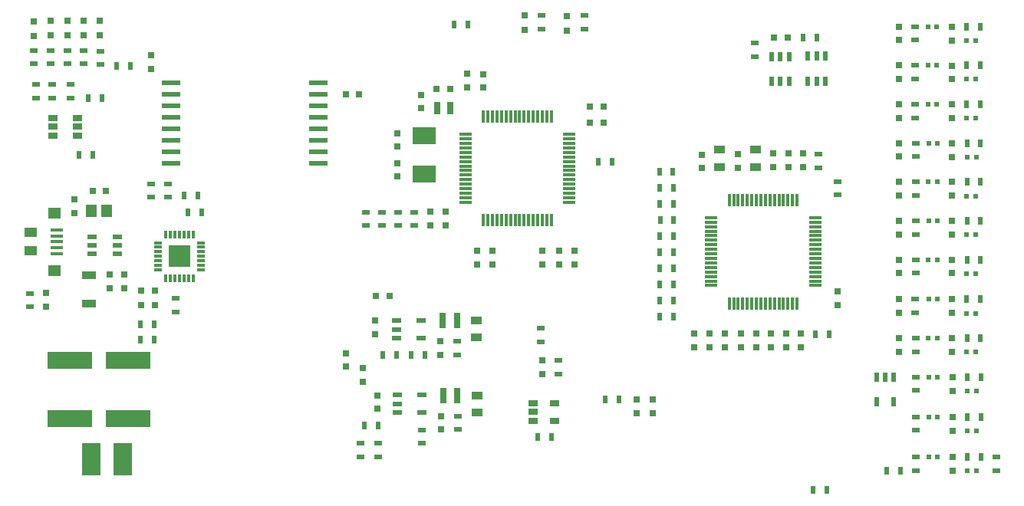
<source format=gtp>
G04*
G04 #@! TF.GenerationSoftware,Altium Limited,Altium Designer,18.1.9 (240)*
G04*
G04 Layer_Color=8421504*
%FSAX25Y25*%
%MOIN*%
G70*
G01*
G75*
%ADD17R,0.05512X0.01575*%
%ADD18R,0.05480X0.04102*%
%ADD19R,0.05512X0.04724*%
%ADD20R,0.03937X0.02756*%
%ADD21R,0.01181X0.03740*%
%ADD22R,0.03740X0.01181*%
%ADD23R,0.09252X0.09252*%
%ADD24R,0.07874X0.02362*%
%ADD25R,0.02362X0.03937*%
%ADD26R,0.03937X0.02362*%
%ADD27R,0.10236X0.07480*%
%ADD28R,0.02244X0.02441*%
%ADD29R,0.02362X0.01968*%
%ADD30R,0.03543X0.02362*%
%ADD31R,0.03150X0.03150*%
%ADD32R,0.02362X0.03543*%
%ADD33R,0.03150X0.03150*%
%ADD34R,0.06299X0.03543*%
%ADD35R,0.07874X0.14173*%
%ADD36R,0.04685X0.05787*%
%ADD37R,0.19685X0.07480*%
%ADD38R,0.02756X0.06693*%
%ADD39R,0.05118X0.03543*%
%ADD40R,0.01181X0.05709*%
%ADD41R,0.05709X0.01181*%
%ADD42R,0.02953X0.05512*%
%ADD43R,0.01181X0.05512*%
%ADD44R,0.05512X0.01181*%
D17*
X0112102Y0226953D02*
D03*
Y0224394D02*
D03*
Y0219276D02*
D03*
Y0221835D02*
D03*
Y0229512D02*
D03*
D18*
X0100881Y0220358D02*
D03*
Y0228429D02*
D03*
D19*
X0111216Y0211795D02*
D03*
Y0236992D02*
D03*
D20*
X0121261Y0270654D02*
D03*
Y0274394D02*
D03*
Y0278134D02*
D03*
X0110435D02*
D03*
Y0274394D02*
D03*
Y0270654D02*
D03*
X0328539Y0146638D02*
D03*
Y0154118D02*
D03*
X0319090Y0146638D02*
D03*
Y0150378D02*
D03*
Y0154118D02*
D03*
D21*
X0159641Y0227543D02*
D03*
X0161609D02*
D03*
X0163578D02*
D03*
X0165547D02*
D03*
X0167515D02*
D03*
X0169483D02*
D03*
X0171452D02*
D03*
Y0208646D02*
D03*
X0169483D02*
D03*
X0167515D02*
D03*
X0165547D02*
D03*
X0163578D02*
D03*
X0161609D02*
D03*
X0159641D02*
D03*
D22*
X0174995Y0224000D02*
D03*
Y0222031D02*
D03*
Y0220063D02*
D03*
Y0218094D02*
D03*
Y0216126D02*
D03*
Y0214158D02*
D03*
Y0212189D02*
D03*
X0156098D02*
D03*
Y0214158D02*
D03*
Y0216126D02*
D03*
Y0218094D02*
D03*
Y0220063D02*
D03*
Y0222031D02*
D03*
Y0224000D02*
D03*
D23*
X0165547Y0218094D02*
D03*
D24*
X0162003Y0293468D02*
D03*
Y0288469D02*
D03*
Y0283469D02*
D03*
Y0278468D02*
D03*
Y0273468D02*
D03*
Y0268468D02*
D03*
Y0263469D02*
D03*
Y0258469D02*
D03*
X0225783Y0293468D02*
D03*
Y0288469D02*
D03*
Y0283469D02*
D03*
Y0278468D02*
D03*
Y0273468D02*
D03*
Y0268468D02*
D03*
Y0263469D02*
D03*
Y0258469D02*
D03*
D25*
X0422938Y0294112D02*
D03*
X0426678D02*
D03*
X0430418D02*
D03*
Y0304939D02*
D03*
X0426678D02*
D03*
X0422938D02*
D03*
X0438638Y0294212D02*
D03*
X0442378D02*
D03*
X0446118D02*
D03*
Y0305039D02*
D03*
X0442378D02*
D03*
X0438638D02*
D03*
X0476018Y0154712D02*
D03*
X0468538D02*
D03*
Y0165539D02*
D03*
X0472278D02*
D03*
X0476018D02*
D03*
D26*
X0127702Y0226654D02*
D03*
Y0222913D02*
D03*
Y0219173D02*
D03*
X0138529D02*
D03*
Y0222913D02*
D03*
Y0226654D02*
D03*
X0270935Y0157690D02*
D03*
Y0150209D02*
D03*
X0260108D02*
D03*
Y0153950D02*
D03*
Y0157690D02*
D03*
X0270591Y0190065D02*
D03*
Y0182585D02*
D03*
X0259765D02*
D03*
Y0186325D02*
D03*
Y0190065D02*
D03*
D27*
X0271978Y0253725D02*
D03*
Y0270654D02*
D03*
D28*
X0491328Y0130925D02*
D03*
X0495028D02*
D03*
X0491028Y0182525D02*
D03*
X0494728D02*
D03*
X0491277Y0165625D02*
D03*
X0494978D02*
D03*
X0491028Y0216625D02*
D03*
X0494728D02*
D03*
X0491278Y0148325D02*
D03*
X0494979D02*
D03*
X0491028Y0250425D02*
D03*
X0494728D02*
D03*
X0491178Y0233525D02*
D03*
X0494879D02*
D03*
X0490928Y0284125D02*
D03*
X0494628D02*
D03*
X0491128Y0267325D02*
D03*
X0494828D02*
D03*
X0490928Y0317925D02*
D03*
X0494628D02*
D03*
X0490977Y0301125D02*
D03*
X0494678D02*
D03*
X0491075Y0199425D02*
D03*
X0494776D02*
D03*
D29*
X0507909Y0124925D02*
D03*
X0511846D02*
D03*
X0507678Y0176425D02*
D03*
X0511615D02*
D03*
X0507778Y0159625D02*
D03*
X0511715D02*
D03*
X0507678Y0210525D02*
D03*
X0511615D02*
D03*
X0507778Y0142325D02*
D03*
X0511715D02*
D03*
X0507678Y0244325D02*
D03*
X0511615D02*
D03*
X0507678Y0227525D02*
D03*
X0511615D02*
D03*
X0507478Y0278025D02*
D03*
X0511415D02*
D03*
X0507778Y0261325D02*
D03*
X0511715D02*
D03*
X0507610Y0311825D02*
D03*
X0511547D02*
D03*
X0507678Y0295125D02*
D03*
X0511615D02*
D03*
X0507657Y0193325D02*
D03*
X0511594D02*
D03*
D30*
X0251721Y0136902D02*
D03*
Y0130997D02*
D03*
X0153342Y0243672D02*
D03*
Y0249578D02*
D03*
X0123814Y0301756D02*
D03*
Y0307661D02*
D03*
X0163972Y0199725D02*
D03*
Y0193820D02*
D03*
X0103342Y0292701D02*
D03*
Y0286795D02*
D03*
X0131295Y0301362D02*
D03*
Y0307268D02*
D03*
X0102365Y0301756D02*
D03*
Y0307661D02*
D03*
X0110270Y0292701D02*
D03*
Y0286795D02*
D03*
X0118153Y0286795D02*
D03*
Y0292700D02*
D03*
X0330178Y0166872D02*
D03*
Y0172778D02*
D03*
X0322678Y0180972D02*
D03*
Y0186878D02*
D03*
X0100588Y0196076D02*
D03*
Y0201981D02*
D03*
X0116727Y0307662D02*
D03*
Y0301756D02*
D03*
X0109444Y0307661D02*
D03*
Y0301756D02*
D03*
X0485278Y0312072D02*
D03*
Y0317978D02*
D03*
X0485325Y0193525D02*
D03*
Y0199431D02*
D03*
X0485278Y0278272D02*
D03*
Y0284178D02*
D03*
X0485378Y0244472D02*
D03*
Y0250378D02*
D03*
Y0210672D02*
D03*
Y0216578D02*
D03*
Y0176573D02*
D03*
Y0182478D02*
D03*
X0485278Y0295120D02*
D03*
Y0301025D02*
D03*
X0485478Y0261372D02*
D03*
Y0267278D02*
D03*
Y0227572D02*
D03*
Y0233478D02*
D03*
X0485578Y0142373D02*
D03*
Y0148278D02*
D03*
Y0165578D02*
D03*
Y0159672D02*
D03*
X0520378Y0130878D02*
D03*
Y0124972D02*
D03*
X0485678Y0130778D02*
D03*
Y0124872D02*
D03*
X0286078Y0175172D02*
D03*
Y0181078D02*
D03*
X0160626Y0249578D02*
D03*
Y0243672D02*
D03*
X0244121Y0130897D02*
D03*
Y0136802D02*
D03*
X0270921Y0136697D02*
D03*
Y0142602D02*
D03*
X0286421Y0142697D02*
D03*
Y0148602D02*
D03*
X0415578Y0304872D02*
D03*
Y0310778D02*
D03*
X0260578Y0237325D02*
D03*
Y0231420D02*
D03*
X0267578D02*
D03*
Y0237325D02*
D03*
X0253578Y0231420D02*
D03*
Y0237325D02*
D03*
X0246578D02*
D03*
Y0231420D02*
D03*
X0341578Y0322678D02*
D03*
Y0316772D02*
D03*
X0322778Y0322778D02*
D03*
Y0316872D02*
D03*
X0443178Y0262378D02*
D03*
Y0256472D02*
D03*
X0451478Y0250578D02*
D03*
Y0244672D02*
D03*
D31*
X0153342Y0299591D02*
D03*
Y0305496D02*
D03*
X0109444Y0314051D02*
D03*
Y0320350D02*
D03*
X0116728Y0314051D02*
D03*
Y0320350D02*
D03*
X0123814Y0314051D02*
D03*
Y0320350D02*
D03*
X0237987Y0170023D02*
D03*
Y0175929D02*
D03*
X0245074Y0169366D02*
D03*
Y0163461D02*
D03*
X0119727Y0236795D02*
D03*
Y0242701D02*
D03*
X0130901Y0314051D02*
D03*
Y0320350D02*
D03*
X0102365Y0313961D02*
D03*
Y0320260D02*
D03*
X0141532Y0210023D02*
D03*
Y0204117D02*
D03*
X0135244Y0210023D02*
D03*
Y0204117D02*
D03*
X0107673Y0196244D02*
D03*
Y0202150D02*
D03*
X0501178Y0317878D02*
D03*
Y0311972D02*
D03*
X0478178Y0317978D02*
D03*
Y0312072D02*
D03*
X0501225Y0199425D02*
D03*
Y0193520D02*
D03*
X0478225Y0199478D02*
D03*
Y0193572D02*
D03*
X0478178Y0284131D02*
D03*
Y0278225D02*
D03*
X0501178Y0284078D02*
D03*
Y0278172D02*
D03*
X0478278Y0250378D02*
D03*
Y0244472D02*
D03*
X0501278Y0250378D02*
D03*
Y0244472D02*
D03*
X0478278Y0216578D02*
D03*
Y0210672D02*
D03*
X0501278Y0216578D02*
D03*
Y0210672D02*
D03*
X0478278Y0182431D02*
D03*
Y0176525D02*
D03*
X0501278Y0182431D02*
D03*
Y0176525D02*
D03*
X0501178Y0300978D02*
D03*
Y0295072D02*
D03*
X0478178Y0301031D02*
D03*
Y0295125D02*
D03*
X0501278Y0267178D02*
D03*
Y0261272D02*
D03*
X0478278Y0267278D02*
D03*
Y0261372D02*
D03*
X0501278Y0233378D02*
D03*
Y0227472D02*
D03*
X0478278Y0233431D02*
D03*
Y0227525D02*
D03*
X0501378Y0148131D02*
D03*
Y0142225D02*
D03*
Y0165478D02*
D03*
Y0159572D02*
D03*
Y0130731D02*
D03*
Y0124825D02*
D03*
X0250578Y0184172D02*
D03*
Y0190078D02*
D03*
X0278878Y0175220D02*
D03*
Y0181125D02*
D03*
X0251521Y0151744D02*
D03*
Y0157650D02*
D03*
X0279221Y0142697D02*
D03*
Y0148602D02*
D03*
X0409578Y0184425D02*
D03*
Y0178520D02*
D03*
X0416078D02*
D03*
Y0184425D02*
D03*
X0423678Y0262778D02*
D03*
Y0256872D02*
D03*
X0408178Y0256525D02*
D03*
Y0262431D02*
D03*
X0392378Y0256372D02*
D03*
Y0262278D02*
D03*
X0451478Y0202678D02*
D03*
Y0196772D02*
D03*
X0435678Y0178520D02*
D03*
Y0184425D02*
D03*
X0323178Y0214520D02*
D03*
Y0220425D02*
D03*
X0323078Y0166873D02*
D03*
Y0172778D02*
D03*
X0333853Y0316253D02*
D03*
Y0322553D02*
D03*
X0315478Y0316526D02*
D03*
Y0322825D02*
D03*
X0260178Y0258578D02*
D03*
Y0252672D02*
D03*
Y0265720D02*
D03*
Y0271625D02*
D03*
X0270378Y0288278D02*
D03*
Y0282372D02*
D03*
X0297578Y0297278D02*
D03*
Y0291372D02*
D03*
X0290678Y0297378D02*
D03*
Y0291472D02*
D03*
X0294878Y0214472D02*
D03*
Y0220378D02*
D03*
X0301578Y0214520D02*
D03*
Y0220425D02*
D03*
X0337078Y0214472D02*
D03*
Y0220378D02*
D03*
X0330678Y0214472D02*
D03*
Y0220378D02*
D03*
X0274478Y0231472D02*
D03*
Y0237378D02*
D03*
X0281178Y0231520D02*
D03*
Y0237425D02*
D03*
X0389278Y0178572D02*
D03*
Y0184478D02*
D03*
X0395878Y0178572D02*
D03*
Y0184478D02*
D03*
X0402478Y0178572D02*
D03*
Y0184478D02*
D03*
X0430178Y0262778D02*
D03*
Y0256872D02*
D03*
X0436578Y0262778D02*
D03*
Y0256872D02*
D03*
X0422678Y0178472D02*
D03*
Y0184378D02*
D03*
X0429178Y0178472D02*
D03*
Y0184378D02*
D03*
X0371058Y0149937D02*
D03*
Y0155842D02*
D03*
X0364365Y0149937D02*
D03*
Y0155842D02*
D03*
D32*
X0173398Y0244472D02*
D03*
X0167492D02*
D03*
X0148617Y0188625D02*
D03*
X0154523D02*
D03*
X0144090Y0300772D02*
D03*
X0138184D02*
D03*
X0154523Y0181874D02*
D03*
X0148617D02*
D03*
X0121995Y0262125D02*
D03*
X0127901D02*
D03*
X0131885Y0286992D02*
D03*
X0125979D02*
D03*
X0327161Y0139350D02*
D03*
X0321255D02*
D03*
X0175192Y0237087D02*
D03*
X0169287D02*
D03*
X0356531Y0155890D02*
D03*
X0350625D02*
D03*
X0446717Y0116520D02*
D03*
X0440811D02*
D03*
X0507625Y0317925D02*
D03*
X0513531D02*
D03*
X0507673Y0199425D02*
D03*
X0513578D02*
D03*
X0507625Y0284125D02*
D03*
X0513531D02*
D03*
X0507725Y0250425D02*
D03*
X0513631D02*
D03*
X0507725Y0216625D02*
D03*
X0513631D02*
D03*
X0507725Y0182525D02*
D03*
X0513631D02*
D03*
X0507673Y0301025D02*
D03*
X0513578D02*
D03*
X0507772Y0267225D02*
D03*
X0513678D02*
D03*
X0507725Y0233425D02*
D03*
X0513631D02*
D03*
X0507825Y0148225D02*
D03*
X0513731D02*
D03*
X0507825Y0165525D02*
D03*
X0513731D02*
D03*
X0507825Y0130825D02*
D03*
X0513731D02*
D03*
X0472878Y0124925D02*
D03*
X0478784D02*
D03*
X0259778Y0175225D02*
D03*
X0253872D02*
D03*
X0266325D02*
D03*
X0272231D02*
D03*
X0251774Y0144450D02*
D03*
X0245868D02*
D03*
X0436473Y0313225D02*
D03*
X0442378D02*
D03*
X0374278Y0205925D02*
D03*
X0380184D02*
D03*
X0374272Y0247925D02*
D03*
X0380178D02*
D03*
X0374325Y0226925D02*
D03*
X0380231D02*
D03*
X0374325Y0219925D02*
D03*
X0380231D02*
D03*
X0380231Y0240925D02*
D03*
X0374325D02*
D03*
X0374325Y0198925D02*
D03*
X0380231D02*
D03*
X0374372Y0233925D02*
D03*
X0380278D02*
D03*
X0374278Y0212925D02*
D03*
X0380184D02*
D03*
X0374325Y0191925D02*
D03*
X0380231D02*
D03*
X0441825Y0184325D02*
D03*
X0447731D02*
D03*
X0353531Y0259225D02*
D03*
X0347625D02*
D03*
X0380031Y0254925D02*
D03*
X0374125D02*
D03*
X0290831Y0318725D02*
D03*
X0284925D02*
D03*
D33*
X0133629Y0246400D02*
D03*
X0127724D02*
D03*
X0154720Y0203134D02*
D03*
X0148814D02*
D03*
X0154721Y0196772D02*
D03*
X0148815D02*
D03*
X0243696Y0288567D02*
D03*
X0237790D02*
D03*
X0423925Y0313225D02*
D03*
X0429831D02*
D03*
X0256885Y0200772D02*
D03*
X0250979D02*
D03*
X0277325Y0290825D02*
D03*
X0283231D02*
D03*
X0349831Y0276025D02*
D03*
X0343925D02*
D03*
X0349884Y0283325D02*
D03*
X0343978D02*
D03*
D34*
X0126176Y0209790D02*
D03*
Y0197586D02*
D03*
D35*
X0127357Y0129905D02*
D03*
X0140743D02*
D03*
D36*
X0133873Y0237779D02*
D03*
X0127141D02*
D03*
D37*
X0143105Y0147622D02*
D03*
Y0172819D02*
D03*
X0117909Y0147622D02*
D03*
Y0172819D02*
D03*
D38*
X0286128Y0190125D02*
D03*
X0279828D02*
D03*
X0286371Y0157650D02*
D03*
X0280072D02*
D03*
D39*
X0294478Y0182685D02*
D03*
Y0190165D02*
D03*
X0294821Y0150110D02*
D03*
Y0157590D02*
D03*
X0415978Y0264365D02*
D03*
Y0256885D02*
D03*
X0400178Y0264405D02*
D03*
Y0256925D02*
D03*
D40*
X0433942Y0197586D02*
D03*
X0431973D02*
D03*
X0430005D02*
D03*
X0428036D02*
D03*
X0426068D02*
D03*
X0424099D02*
D03*
X0422131D02*
D03*
X0420162D02*
D03*
X0418194D02*
D03*
X0416225D02*
D03*
X0414257D02*
D03*
X0412288D02*
D03*
X0410320D02*
D03*
X0408351D02*
D03*
X0406383D02*
D03*
X0404414D02*
D03*
Y0242665D02*
D03*
X0406383D02*
D03*
X0408351D02*
D03*
X0410320D02*
D03*
X0412288D02*
D03*
X0414257D02*
D03*
X0416225D02*
D03*
X0418194D02*
D03*
X0420162D02*
D03*
X0422131D02*
D03*
X0424099D02*
D03*
X0426068D02*
D03*
X0428036D02*
D03*
X0430005D02*
D03*
X0431973D02*
D03*
X0433942D02*
D03*
D41*
X0396639Y0205361D02*
D03*
Y0207330D02*
D03*
Y0209298D02*
D03*
Y0211267D02*
D03*
Y0213235D02*
D03*
Y0215204D02*
D03*
Y0217172D02*
D03*
Y0219141D02*
D03*
Y0221110D02*
D03*
Y0223078D02*
D03*
Y0225046D02*
D03*
Y0227015D02*
D03*
Y0228983D02*
D03*
Y0230952D02*
D03*
Y0232921D02*
D03*
Y0234889D02*
D03*
X0441717D02*
D03*
Y0232921D02*
D03*
Y0230952D02*
D03*
Y0228983D02*
D03*
Y0227015D02*
D03*
Y0225046D02*
D03*
Y0223078D02*
D03*
Y0221110D02*
D03*
Y0219141D02*
D03*
Y0217172D02*
D03*
Y0215204D02*
D03*
Y0213235D02*
D03*
Y0211267D02*
D03*
Y0209298D02*
D03*
Y0207330D02*
D03*
Y0205361D02*
D03*
D42*
X0283178Y0282425D02*
D03*
X0277469D02*
D03*
D43*
X0297614Y0278766D02*
D03*
X0299583D02*
D03*
X0301551D02*
D03*
X0303520D02*
D03*
X0305488D02*
D03*
X0307457D02*
D03*
X0309425D02*
D03*
X0311394D02*
D03*
X0313362D02*
D03*
X0315331D02*
D03*
X0317299D02*
D03*
X0319268D02*
D03*
X0321236D02*
D03*
X0323205D02*
D03*
X0325173D02*
D03*
X0327142D02*
D03*
Y0233884D02*
D03*
X0325173D02*
D03*
X0323205D02*
D03*
X0321236D02*
D03*
X0319268D02*
D03*
X0317299D02*
D03*
X0315331D02*
D03*
X0313362D02*
D03*
X0311394D02*
D03*
X0309425D02*
D03*
X0307457D02*
D03*
X0305488D02*
D03*
X0303520D02*
D03*
X0301551D02*
D03*
X0299583D02*
D03*
X0297614D02*
D03*
D44*
X0334819Y0271089D02*
D03*
Y0269121D02*
D03*
Y0267152D02*
D03*
Y0265183D02*
D03*
Y0263215D02*
D03*
Y0261246D02*
D03*
Y0259278D02*
D03*
Y0257310D02*
D03*
Y0255341D02*
D03*
Y0253372D02*
D03*
Y0251404D02*
D03*
Y0249435D02*
D03*
Y0247467D02*
D03*
Y0245498D02*
D03*
Y0243530D02*
D03*
Y0241561D02*
D03*
X0289937D02*
D03*
Y0243530D02*
D03*
Y0245498D02*
D03*
Y0247467D02*
D03*
Y0249435D02*
D03*
Y0251404D02*
D03*
Y0253372D02*
D03*
Y0255341D02*
D03*
Y0257310D02*
D03*
Y0259278D02*
D03*
Y0261246D02*
D03*
Y0263215D02*
D03*
Y0265183D02*
D03*
Y0267152D02*
D03*
Y0269121D02*
D03*
Y0271089D02*
D03*
M02*

</source>
